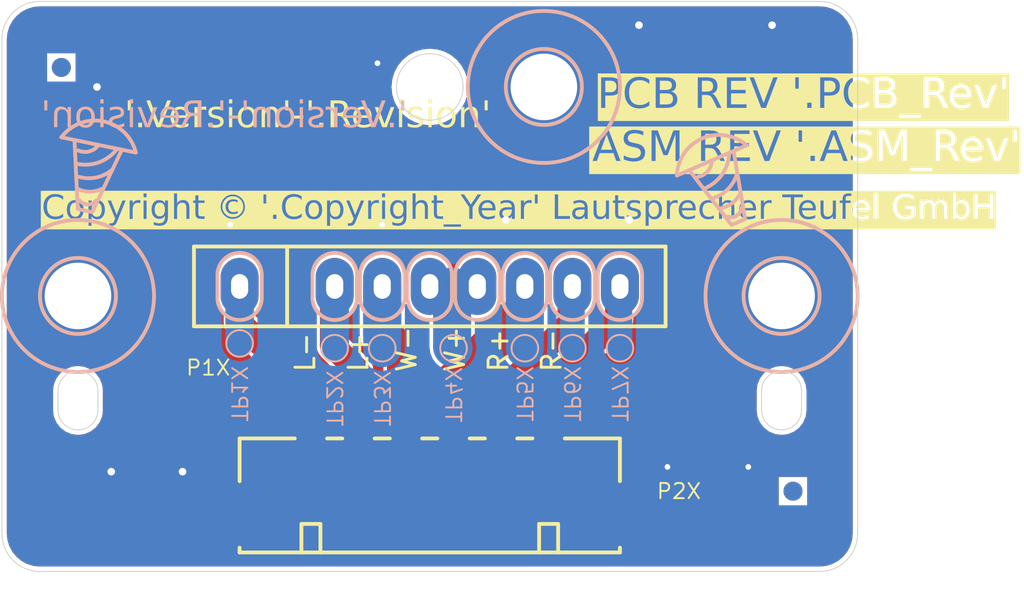
<source format=kicad_pcb>
(kicad_pcb (version 20240108) (generator "pcbnew") (generator_version "8.0")
  (layers (0 "F.Cu" signal "Component Side") (31 "B.Cu" signal "Solder Side") (34 "B.Paste" user "Bottom Paste") (35 "F.Paste" user "Top Paste") (36 "B.SilkS" user "Bottom Overlay") (37 "F.SilkS" user "Top Overlay") (38 "B.Mask" user "Bottom Solder") (39 "F.Mask" user "Top Solder") (44 "Edge.Cuts" user))
  (property "APPROVEDBY" "Jianhua.zhong")
  (property "CHECKEDBY" "Aileen.zheng")
  (property "CONFIGURATIONPARAMETERS" "")
  (property "CONFIGURATORNAME" "")
  (property "DRAWNBY" "Guohui.Lin")
  (property "ISSUE DATE" "20230812")
  (property "ISUSERCONFIGURABLE" "")
  (property "MODEL NO." "PS2307")
  (property "REV DATE" "20231025")
  (property "SHEETTOTAL" "1")
  (property "SPICEMODELCACHE" "")
  (property "VERSIONCONTROL_PROJFOLDERREVNUMBER" "")
  (property "VERSIONCONTROL_REVNUMBER" "")
  (net 0 "")
  (net 1 "NetP1X_4")
  (net 2 "TW_R_P")
  (net 3 "TW_R_N")
  (net 4 "TW_L_P")
  (net 5 "TW_L_N")
  (net 6 "SW_P")
  (net 7 "SW_N")
  (net 8 "GND")
  (footprint "Vault:Teufel_ASM_Rev" (layer "F.Cu") (at 157.00111 97.003605)
    (property "Reference" "Teufel_ASM_Label1X" (hide yes))
    (property "Value" "3.1" (hide yes))
    (fp_text user "ASM REV '.ASM_Rev'" (at 0.04199 1.66374 360) (layer "F.SilkS" knockout) (effects (font (size 1.575 1.575) (thickness 0.254)) (justify left bottom)))
  )
  (footprint "Vault:CON_250_SMD_V_6P" (layer "F.Cu") (at 148.5011 116.003605)
    (property "Reference" "P2X" (at 13.10001 -0.22169 0) (layer "F.SilkS") (effects (font (size 0.8 0.8) (thickness 0.1))))
    (property "Value" "6P PITCH=2.5mm" (hide yes))
    (fp_line (start -10 -3) (end -7.09999 -3) (stroke (width 0.2)) (layer "F.SilkS"))
    (fp_line (start -10 -0.75001) (end -10 -3) (stroke (width 0.2)) (layer "F.SilkS"))
    (fp_line (start -10 2.74999) (end -10 3) (stroke (width 0.2)) (layer "F.SilkS"))
    (fp_line (start -10 3) (end 10 3) (stroke (width 0.2)) (layer "F.SilkS"))
    (fp_line (start -6.75 2.99999) (end -6.74999 1.49999) (stroke (width 0.2)) (layer "F.SilkS"))
    (fp_line (start -6.74999 1.49999) (end -5.74999 1.49999) (stroke (width 0.2)) (layer "F.SilkS"))
    (fp_line (start -5.74999 2.99999) (end -5.74999 1.49999) (stroke (width 0.2)) (layer "F.SilkS"))
    (fp_line (start -5.4 -3.00001) (end -4.6 -3.00001) (stroke (width 0.2)) (layer "F.SilkS"))
    (fp_line (start -2.9 -3.00001) (end -2.1 -3) (stroke (width 0.2)) (layer "F.SilkS"))
    (fp_line (start -0.39999 -3) (end 0.4 -3) (stroke (width 0.2)) (layer "F.SilkS"))
    (fp_line (start 2.10001 -3) (end 2.9 -3.00001) (stroke (width 0.2)) (layer "F.SilkS"))
    (fp_line (start 4.60001 -3.00001) (end 5.4 -3.00001) (stroke (width 0.2)) (layer "F.SilkS"))
    (fp_line (start 5.75001 1.5) (end 6.75001 1.49999) (stroke (width 0.2)) (layer "F.SilkS"))
    (fp_line (start 5.75001 2.99999) (end 5.75001 1.5) (stroke (width 0.2)) (layer "F.SilkS"))
    (fp_line (start 6.75001 2.99999) (end 6.75001 1.49999) (stroke (width 0.2)) (layer "F.SilkS"))
    (fp_line (start 7.1 -3) (end 10 -3) (stroke (width 0.2)) (layer "F.SilkS"))
    (fp_line (start 10 -0.75001) (end 10 -3) (stroke (width 0.2)) (layer "F.SilkS"))
    (fp_line (start 10 3) (end 10 2.74999) (stroke (width 0.2)) (layer "F.SilkS"))
    (pad "0" smd roundrect (at -9.34999 1) (size 1.6 3) (layers "F.Cu" "F.Paste" "F.Mask") (net 8 "GND"))
    (pad "0" smd roundrect (at 9.35001 1 180) (size 1.6 3) (layers "F.Cu" "F.Paste" "F.Mask") (net 8 "GND"))
    (pad "1" smd roundrect (at -6.25 -2.8) (size 1.2 6.5) (layers "F.Cu" "F.Paste" "F.Mask") (net 5 "TW_L_N"))
    (pad "2" smd roundrect (at -3.75 -2.8) (size 1.2 6.5) (layers "F.Cu" "F.Paste" "F.Mask") (net 4 "TW_L_P"))
    (pad "3" smd roundrect (at -1.25 -2.8) (size 1.2 6.5) (layers "F.Cu" "F.Paste" "F.Mask") (net 7 "SW_N"))
    (pad "4" smd roundrect (at 1.25 -2.8) (size 1.2 6.5) (layers "F.Cu" "F.Paste" "F.Mask") (net 6 "SW_P"))
    (pad "5" smd roundrect (at 3.75 -2.8) (size 1.2 6.5) (layers "F.Cu" "F.Paste" "F.Mask") (net 2 "TW_R_P"))
    (pad "6" smd roundrect (at 6.25001 -2.8) (size 1.2 6.5) (layers "F.Cu" "F.Paste" "F.Mask") (net 3 "TW_R_N"))
  )
  (footprint "Vault:MARK" (layer "F.Cu") (at 129.1261 93.478595 90)
    (property "Reference" "MK1X" (hide yes))
    (property "Value" "MARK" (hide yes))
    (pad "MKT" smd circle (at 0 0 90) (size 1 1) (layers "F.Cu" "F.Paste" "F.Mask"))
    (pad "MK_B" smd circle (at 0 0 270) (size 1 1) (layers "B.Cu" "B.Paste" "B.Mask"))
    (zone (net 0) (net_name "") (layer "F.Cu") (connect_pads (clearance 0)) (min_thickness 0.25)
      (keepout (tracks allowed) (vias allowed) (pads allowed) (copperpour not_allowed) (footprints allowed))
      (fill (thermal_gap 0.5) (thermal_bridge_width 0.5))
      (polygon (pts (xy 129.8761 94.228595) (xy 129.8761 92.728595) (xy 128.3761 92.728595) (xy 128.3761 94.228595)))
    )
    (zone (net 0) (net_name "") (layer "B.Cu") (connect_pads (clearance 0)) (min_thickness 0.25)
      (keepout (tracks allowed) (vias allowed) (pads allowed) (copperpour not_allowed) (footprints allowed))
      (fill (thermal_gap 0.5) (thermal_bridge_width 0.5))
      (polygon (pts (xy 129.8761 94.228595) (xy 129.8761 92.728595) (xy 128.3761 92.728595) (xy 128.3761 94.228595)))
    )
  )
  (footprint "passive.PcbLib:Teufel_NoLogo" (layer "F.Cu") (at 132.9131 96.875595)
    (property "Reference" "Teufel_PCB_Logo1X" (hide yes))
    (property "Value" "T.3.0.0040-3.1" (hide yes))
    (fp_text_box "'.Version'-'.Revision'" (start -4.067548 -2.676514) (end 15.469888 1.119784) (layer "B.SilkS") (effects (font (size 1.386 1.386) (thickness 0.2)) (justify left top mirror)) (border no) (stroke (width 0.1)))
    (fp_text_box "'.Version'-'.Revision'" (start -1.519888 -2.676514) (end 18.017548 1.119784) (layer "F.SilkS") (effects (font (size 1.386 1.386) (thickness 0.2)) (justify left top)) (border no) (stroke (width 0.1)))
  )
  (footprint "Vault:MARK" (layer "F.Cu") (at 167.6011 115.778595 90)
    (property "Reference" "MK2X" (hide yes))
    (property "Value" "MARK" (hide yes))
    (pad "MKT" smd circle (at 0 0 90) (size 1 1) (layers "F.Cu" "F.Paste" "F.Mask"))
    (pad "MK_B" smd circle (at 0 0 270) (size 1 1) (layers "B.Cu" "B.Paste" "B.Mask"))
    (zone (net 0) (net_name "") (layer "F.Cu") (connect_pads (clearance 0)) (min_thickness 0.25)
      (keepout (tracks allowed) (vias allowed) (pads allowed) (copperpour not_allowed) (footprints allowed))
      (fill (thermal_gap 0.5) (thermal_bridge_width 0.5))
      (polygon (pts (xy 168.35111 116.528605) (xy 168.35111 115.028595) (xy 166.8511 115.028595) (xy 166.8511 116.528605)))
    )
    (zone (net 0) (net_name "") (layer "B.Cu") (connect_pads (clearance 0)) (min_thickness 0.25)
      (keepout (tracks allowed) (vias allowed) (pads allowed) (copperpour not_allowed) (footprints allowed))
      (fill (thermal_gap 0.5) (thermal_bridge_width 0.5))
      (polygon (pts (xy 168.35111 116.528605) (xy 168.35111 115.028595) (xy 166.8511 115.028595) (xy 166.8511 116.528605)))
    )
  )
  (footprint "Vault:TSB1_05282" (layer "F.Cu") (at 138.5011 105.003595)
    (property "Reference" "P1X" (at -1.649995 4.27832 0) (layer "F.SilkS") (effects (font (size 0.8 0.8) (thickness 0.1))))
    (property "Value" "8P PITCH=2.5mm" (hide yes))
    (fp_line (start -1.16619 0.6) (end -1.16619 -0.59999) (stroke (width 0.2)) (layer "B.SilkS"))
    (fp_line (start 1.1662 0.6) (end 1.1662 -0.59999) (stroke (width 0.2)) (layer "B.SilkS"))
    (fp_line (start 3.83381 0.6) (end 3.83381 -0.59999) (stroke (width 0.2)) (layer "B.SilkS"))
    (fp_line (start 6.1662 0.6) (end 6.1662 -0.59999) (stroke (width 0.2)) (layer "B.SilkS"))
    (fp_line (start 6.33381 0.6) (end 6.33381 -0.59999) (stroke (width 0.2)) (layer "B.SilkS"))
    (fp_line (start 8.6662 0.6) (end 8.6662 -0.59999) (stroke (width 0.2)) (layer "B.SilkS"))
    (fp_line (start 8.83381 0.6) (end 8.83381 -0.59999) (stroke (width 0.2)) (layer "B.SilkS"))
    (fp_line (start 11.1662 0.6) (end 11.1662 -0.59999) (stroke (width 0.2)) (layer "B.SilkS"))
    (fp_line (start 11.33381 0.6) (end 11.33381 -0.59999) (stroke (width 0.2)) (layer "B.SilkS"))
    (fp_line (start 13.6662 0.6) (end 13.6662 -0.59999) (stroke (width 0.2)) (layer "B.SilkS"))
    (fp_line (start 13.83381 0.6) (end 13.83381 -0.59999) (stroke (width 0.2)) (layer "B.SilkS"))
    (fp_line (start 16.1662 0.6) (end 16.1662 -0.59999) (stroke (width 0.2)) (layer "B.SilkS"))
    (fp_line (start 16.33381 0.6) (end 16.33381 -0.59999) (stroke (width 0.2)) (layer "B.SilkS"))
    (fp_line (start 18.6662 0.6) (end 18.6662 -0.59999) (stroke (width 0.2)) (layer "B.SilkS"))
    (fp_line (start 18.83381 0.6) (end 18.83381 -0.59999) (stroke (width 0.2)) (layer "B.SilkS"))
    (fp_line (start 21.1662 0.6) (end 21.1662 -0.59999) (stroke (width 0.2)) (layer "B.SilkS"))
    (fp_arc (start -1.16619 -0.59999) (mid 0 -1.76618) (end 1.16619 -0.59999) (stroke (width 0.2)) (layer "B.SilkS"))
    (fp_arc (start 1.16619 0.6) (mid 0 1.76619) (end -1.16619 0.6) (stroke (width 0.2)) (layer "B.SilkS"))
    (fp_arc (start 3.83381 -0.59999) (mid 5 -1.76618) (end 6.16619 -0.59999) (stroke (width 0.2)) (layer "B.SilkS"))
    (fp_arc (start 6.16619 0.6) (mid 5 1.76619) (end 3.83381 0.6) (stroke (width 0.2)) (layer "B.SilkS"))
    (fp_arc (start 6.33381 -0.59999) (mid 7.5 -1.76618) (end 8.66619 -0.59999) (stroke (width 0.2)) (layer "B.SilkS"))
    (fp_arc (start 8.66619 0.6) (mid 7.5 1.76619) (end 6.33381 0.6) (stroke (width 0.2)) (layer "B.SilkS"))
    (fp_arc (start 8.83381 -0.59999) (mid 10 -1.76618) (end 11.16619 -0.59999) (stroke (width 0.2)) (layer "B.SilkS"))
    (fp_arc (start 11.16619 0.6) (mid 10 1.76619) (end 8.83381 0.6) (stroke (width 0.2)) (layer "B.SilkS"))
    (fp_arc (start 11.33381 -0.59999) (mid 12.5 -1.76618) (end 13.66619 -0.59999) (stroke (width 0.2)) (layer "B.SilkS"))
    (fp_arc (start 13.66619 0.6) (mid 12.5 1.76619) (end 11.33381 0.6) (stroke (width 0.2)) (layer "B.SilkS"))
    (fp_arc (start 13.83381 -0.59999) (mid 15 -1.76618) (end 16.16619 -0.59999) (stroke (width 0.2)) (layer "B.SilkS"))
    (fp_arc (start 16.16619 0.6) (mid 15 1.76619) (end 13.83381 0.6) (stroke (width 0.2)) (layer "B.SilkS"))
    (fp_arc (start 16.33381 -0.59999) (mid 17.5 -1.76618) (end 18.66619 -0.59999) (stroke (width 0.2)) (layer "B.SilkS"))
    (fp_arc (start 18.66619 0.6) (mid 17.5 1.76619) (end 16.33381 0.6) (stroke (width 0.2)) (layer "B.SilkS"))
    (fp_arc (start 18.83381 -0.59999) (mid 20 -1.76618) (end 21.16619 -0.59999) (stroke (width 0.2)) (layer "B.SilkS"))
    (fp_arc (start 21.16619 0.6) (mid 20 1.76619) (end 18.83381 0.6) (stroke (width 0.2)) (layer "B.SilkS"))
    (fp_line (start -2.4 -2.1) (end 22.4 -2.1) (stroke (width 0.2)) (layer "F.SilkS"))
    (fp_line (start -2.4 2.10001) (end -2.4 -2.1) (stroke (width 0.2)) (layer "F.SilkS"))
    (fp_line (start -2.4 2.10001) (end 22.4 2.10001) (stroke (width 0.2)) (layer "F.SilkS"))
    (fp_line (start 2.5 2.10001) (end 2.5 -2.1) (stroke (width 0.2)) (layer "F.SilkS"))
    (fp_line (start 22.4 2.10001) (end 22.4 -2.1) (stroke (width 0.2)) (layer "F.SilkS"))
    (pad "1" thru_hole oval (at 0 0) (size 2 3) (drill oval 0.9 1.3) (layers "*.Cu" "*.Mask") (net 5 "TW_L_N"))
    (pad "2" thru_hole oval (at 5 0) (size 2 3) (drill oval 0.9 1.3) (layers "*.Cu" "*.Mask") (net 4 "TW_L_P"))
    (pad "3" thru_hole oval (at 7.5 0) (size 2 3) (drill oval 0.9 1.3) (layers "*.Cu" "*.Mask") (net 7 "SW_N"))
    (pad "4" thru_hole oval (at 10 0) (size 2 3) (drill oval 0.9 1.3) (layers "*.Cu" "*.Mask") (net 1 "NetP1X_4"))
    (pad "5" thru_hole oval (at 12.5 0) (size 2 3) (drill oval 0.9 1.3) (layers "*.Cu" "*.Mask") (net 1 "NetP1X_4"))
    (pad "6" thru_hole oval (at 15 0) (size 2 3) (drill oval 0.9 1.3) (layers "*.Cu" "*.Mask") (net 6 "SW_P"))
    (pad "7" thru_hole oval (at 17.5 0) (size 2 3) (drill oval 0.9 1.3) (layers "*.Cu" "*.Mask") (net 2 "TW_R_P"))
    (pad "8" thru_hole oval (at 20 0) (size 2 3) (drill oval 0.9 1.3) (layers "*.Cu" "*.Mask") (net 3 "TW_R_N"))
  )
  (footprint "Vault:TEUFEL_COPYRIGHT" (layer "F.Cu") (at 130.5011 101.003595)
    (property "Reference" "Teufel_Copyright1X" (hide yes))
    (property "Value" "2023" (hide yes))
    (fp_text user "Copyright © '.Copyright_Year' Lautsprecher Teufel GmbH" (at -2.414 0.6582 360) (layer "F.SilkS" knockout) (effects (font (size 1.26 1.26) (thickness 0.254)) (justify left bottom)))
  )
  (footprint "Vault:Teufel_PCB_Rev" (layer "F.Cu") (at 157.00111 93.753595)
    (property "Reference" "Teufel_PCB_Label1X" (hide yes))
    (property "Value" "3.1" (hide yes))
    (fp_text user "PCB REV '.PCB_Rev'" (at 0.29599 2.11975 360) (layer "F.SilkS" knockout) (effects (font (size 1.575 1.575) (thickness 0.254)) (justify left bottom)))
  )
  (footprint "Vault:TP120" (layer "B.Cu") (at 153.5011 108.253605 90)
    (property "Reference" "TP5X" (at -2.399995 -0.02827 270) (layer "B.SilkS") (effects (font (size 0.8 0.8) (thickness 0.1)) (justify mirror)))
    (property "Value" "TP12" (hide yes))
    (fp_circle (center 0 0) (end 0.7 0) (stroke (width 0.1)) (fill none) (layer "B.SilkS"))
    (pad "1" smd circle (at 0 0 90) (size 1.2 1.2) (layers "B.Cu" "B.Paste" "B.Mask") (net 6 "SW_P"))
  )
  (footprint "Vault:SCREW_D35" (layer "B.Cu") (at 167.00111 105.503595 150)
    (property "Reference" "MH1" (hide yes))
    (property "Value" "SCREW_HOLE_D35" (hide yes))
    (fp_line (start 7.936589 2.734915) (end 5.552676 5.946918) (stroke (width 0.2)) (layer "B.SilkS"))
    (fp_line (start 7.499005 3.295997) (end 4.16295 1.928921) (stroke (width 0.2)) (layer "B.SilkS"))
    (fp_line (start 4.137624 1.932955) (end 3.688998 2.533992) (stroke (width 0.2)) (layer "B.SilkS"))
    (fp_line (start 5.999666 5.344666) (end 3.704942 2.571148) (stroke (width 0.2)) (layer "B.SilkS"))
    (fp_arc (start 7.936916 2.73552) (mid 7.759507 5.094993) (end 5.552015 5.946794) (stroke (width 0.2)) (layer "B.SilkS"))
    (fp_arc (start 6.74467 4.341001) (mid 6.642479 3.755473) (end 6.93877 3.24021) (stroke (width 0.2)) (layer "B.SilkS"))
    (fp_arc (start 6.098059 5.043975) (mid 5.911374 3.943151) (end 6.317413 2.903055) (stroke (width 0.2)) (layer "B.SilkS"))
    (fp_arc (start 5.25535 4.419728) (mid 5.246077 3.495704) (end 5.675266 2.677351) (stroke (width 0.2)) (layer "B.SilkS"))
    (fp_arc (start 4.58031 3.482235) (mid 4.706515 2.893543) (end 5.064639 2.409566) (stroke (width 0.2)) (layer "B.SilkS"))
    (fp_arc (start 4.147593 2.973629) (mid 4.152204 2.493347) (end 4.534018 2.201955) (stroke (width 0.2)) (layer "B.SilkS"))
    (fp_circle (center 0 0) (end 2 3.464102) (stroke (width 0.2)) (fill none) (layer "B.SilkS"))
    (fp_circle (center 0 0) (end 1 1.732051) (stroke (width 0.2)) (fill none) (layer "B.SilkS"))
    (pad "1" smd oval (at -2.999995 -0.000003 60) (size 1 1.6) (layers "F.Cu" "F.Paste" "F.Mask") (net 8 "GND"))
    (pad "1" smd oval (at -2.999995 -0.000003 60) (size 1 1.6) (layers "B.Cu" "B.Paste" "B.Mask") (net 8 "GND"))
    (pad "1" smd oval (at -2.121317 2.12131 105) (size 1 1.6) (layers "F.Cu" "F.Paste" "F.Mask") (net 8 "GND"))
    (pad "1" smd oval (at -2.121317 2.12131 105) (size 1 1.6) (layers "B.Cu" "B.Paste" "B.Mask") (net 8 "GND"))
    (pad "1" smd oval (at -2.121315 -2.121326 15) (size 1 1.6) (layers "F.Cu" "F.Paste" "F.Mask") (net 8 "GND"))
    (pad "1" smd oval (at -2.121315 -2.121326 15) (size 1 1.6) (layers "B.Cu" "B.Paste" "B.Mask") (net 8 "GND"))
    (pad "1" smd oval (at -0.000002 -3.000003 330) (size 1 1.6) (layers "F.Cu" "F.Paste" "F.Mask") (net 8 "GND"))
    (pad "1" smd oval (at -0.000002 -3.000003 330) (size 1 1.6) (layers "B.Cu" "B.Paste" "B.Mask") (net 8 "GND"))
    (pad "1" thru_hole circle (at 0 0 150) (size 3.5 3.5) (drill 3.5) (layers "*.Cu" "*.Mask") (net 8 "GND"))
    (pad "1" smd oval (at 0.000006 2.99999 150) (size 1 1.6) (layers "F.Cu" "F.Paste" "F.Mask") (net 8 "GND"))
    (pad "1" smd oval (at 0.000006 2.99999 150) (size 1 1.6) (layers "B.Cu" "B.Paste" "B.Mask") (net 8 "GND"))
    (pad "1" smd oval (at 2.121319 2.121312 195) (size 1 1.6) (layers "F.Cu" "F.Paste" "F.Mask") (net 8 "GND"))
    (pad "1" smd oval (at 2.121319 2.121312 195) (size 1 1.6) (layers "B.Cu" "B.Paste" "B.Mask") (net 8 "GND"))
    (pad "1" smd oval (at 2.121321 -2.121324 285) (size 1 1.6) (layers "F.Cu" "F.Paste" "F.Mask") (net 8 "GND"))
    (pad "1" smd oval (at 2.121321 -2.121324 285) (size 1 1.6) (layers "B.Cu" "B.Paste" "B.Mask") (net 8 "GND"))
    (pad "1" smd oval (at 3.000003 -0.000002 240) (size 1 1.6) (layers "F.Cu" "F.Paste" "F.Mask") (net 8 "GND"))
    (pad "1" smd oval (at 3.000003 -0.000002 240) (size 1 1.6) (layers "B.Cu" "B.Paste" "B.Mask") (net 8 "GND"))
  )
  (footprint "Vault:SCREW_D35" (layer "B.Cu") (at 130.00111 105.503595 115)
    (property "Reference" "MH3" (hide yes))
    (property "Value" "SCREW_HOLE_D35" (hide yes))
    (fp_line (start 7.93659 2.734919) (end 5.552675 5.946922) (stroke (width 0.2)) (layer "B.SilkS"))
    (fp_line (start 7.499001 3.295994) (end 4.162948 1.928923) (stroke (width 0.2)) (layer "B.SilkS"))
    (fp_line (start 4.13762 1.932957) (end 3.688998 2.533994) (stroke (width 0.2)) (layer "B.SilkS"))
    (fp_line (start 3.704943 2.571142) (end 5.999657 5.344668) (stroke (width 0.2)) (layer "B.SilkS"))
    (fp_arc (start 7.936904 2.735523) (mid 7.759495 5.094996) (end 5.552003 5.946796) (stroke (width 0.2)) (layer "B.SilkS"))
    (fp_arc (start 4.147585 2.973635) (mid 4.152195 2.493352) (end 4.53401 2.20196) (stroke (width 0.2)) (layer "B.SilkS"))
    (fp_arc (start 6.74467 4.340995) (mid 6.64248 3.755469) (end 6.93877 3.240205) (stroke (width 0.2)) (layer "B.SilkS"))
    (fp_arc (start 4.58031 3.482237) (mid 4.706515 2.893545) (end 5.06464 2.409568) (stroke (width 0.2)) (layer "B.SilkS"))
    (fp_arc (start 5.255349 4.419734) (mid 5.246075 3.495711) (end 5.675265 2.677358) (stroke (width 0.2)) (layer "B.SilkS"))
    (fp_arc (start 6.098051 5.043972) (mid 5.911366 3.943146) (end 6.317405 2.903051) (stroke (width 0.2)) (layer "B.SilkS"))
    (fp_circle (center 0 0) (end 3.625231 1.690473) (stroke (width 0.2)) (fill none) (layer "B.SilkS"))
    (fp_circle (center 0 0) (end 1.812616 0.845237) (stroke (width 0.2)) (fill none) (layer "B.SilkS"))
    (pad "1" smd oval (at -3.000004 -0.000007 25) (size 1 1.6) (layers "F.Cu" "F.Paste" "F.Mask") (net 8 "GND"))
    (pad "1" smd oval (at -3.000004 -0.000007 25) (size 1 1.6) (layers "B.Cu" "B.Paste" "B.Mask") (net 8 "GND"))
    (pad "1" smd oval (at -2.121318 -2.12133 340) (size 1 1.6) (layers "F.Cu" "F.Paste" "F.Mask") (net 8 "GND"))
    (pad "1" smd oval (at -2.121318 -2.12133 340) (size 1 1.6) (layers "B.Cu" "B.Paste" "B.Mask") (net 8 "GND"))
    (pad "1" smd oval (at -2.121317 2.121313 70) (size 1 1.6) (layers "F.Cu" "F.Paste" "F.Mask") (net 8 "GND"))
    (pad "1" smd oval (at -2.121317 2.121313 70) (size 1 1.6) (layers "B.Cu" "B.Paste" "B.Mask") (net 8 "GND"))
    (pad "1" smd oval (at -0.000003 2.999995 115) (size 1 1.6) (layers "F.Cu" "F.Paste" "F.Mask") (net 8 "GND"))
    (pad "1" smd oval (at -0.000003 2.999995 115) (size 1 1.6) (layers "B.Cu" "B.Paste" "B.Mask") (net 8 "GND"))
    (pad "1" smd oval (at -0.000002 -3.000008 295) (size 1 1.6) (layers "F.Cu" "F.Paste" "F.Mask") (net 8 "GND"))
    (pad "1" smd oval (at -0.000002 -3.000008 295) (size 1 1.6) (layers "B.Cu" "B.Paste" "B.Mask") (net 8 "GND"))
    (pad "1" thru_hole circle (at 0 0 115) (size 3.5 3.5) (drill 3.5) (layers "*.Cu" "*.Mask") (net 8 "GND"))
    (pad "1" smd oval (at 2.121318 2.121308 160) (size 1 1.6) (layers "F.Cu" "F.Paste" "F.Mask") (net 8 "GND"))
    (pad "1" smd oval (at 2.121318 2.121308 160) (size 1 1.6) (layers "B.Cu" "B.Paste" "B.Mask") (net 8 "GND"))
    (pad "1" smd oval (at 2.121321 -2.121322 250) (size 1 1.6) (layers "F.Cu" "F.Paste" "F.Mask") (net 8 "GND"))
    (pad "1" smd oval (at 2.121321 -2.121322 250) (size 1 1.6) (layers "B.Cu" "B.Paste" "B.Mask") (net 8 "GND"))
    (pad "1" smd oval (at 2.999999 -0.000006 205) (size 1 1.6) (layers "F.Cu" "F.Paste" "F.Mask") (net 8 "GND"))
    (pad "1" smd oval (at 2.999999 -0.000006 205) (size 1 1.6) (layers "B.Cu" "B.Paste" "B.Mask") (net 8 "GND"))
  )
  (footprint "Vault:TP120" (layer "B.Cu") (at 156.0011 108.253605 90)
    (property "Reference" "TP6X" (at -2.399995 -0.02827 270) (layer "B.SilkS") (effects (font (size 0.8 0.8) (thickness 0.1)) (justify mirror)))
    (property "Value" "TP12" (hide yes))
    (fp_circle (center 0 0) (end 0.7 0) (stroke (width 0.1)) (fill none) (layer "B.SilkS"))
    (pad "1" smd circle (at 0 0 90) (size 1.2 1.2) (layers "B.Cu" "B.Paste" "B.Mask") (net 2 "TW_R_P"))
  )
  (footprint "Vault:TP120" (layer "B.Cu") (at 143.5011 108.253605 90)
    (property "Reference" "TP2X" (at -2.649995 -0.02827 270) (layer "B.SilkS") (effects (font (size 0.8 0.8) (thickness 0.1)) (justify mirror)))
    (property "Value" "TP12" (hide yes))
    (fp_circle (center 0 0) (end 0.7 0) (stroke (width 0.1)) (fill none) (layer "B.SilkS"))
    (pad "1" smd circle (at 0 0 90) (size 1.2 1.2) (layers "B.Cu" "B.Paste" "B.Mask") (net 4 "TW_L_P"))
  )
  (footprint "Vault:HOLD_D35" (layer "B.Cu") (at 154.50111 94.503605 -25)
    (property "Reference" "MH2" (hide yes))
    (property "Value" "HOLD_D35" (hide yes))
    (fp_circle (center 0 0) (end -1.690473 -3.625231) (stroke (width 0.2)) (fill none) (layer "B.SilkS"))
    (fp_circle (center 0 0) (end -0.845237 -1.812616) (stroke (width 0.2)) (fill none) (layer "B.SilkS"))
    (pad "1" smd oval (at -3.000008 -0.000002 245) (size 1 1.6) (layers "F.Cu" "F.Paste" "F.Mask") (net 8 "GND"))
    (pad "1" smd oval (at -3.000008 -0.000002 245) (size 1 1.6) (layers "B.Cu" "B.Paste" "B.Mask") (net 8 "GND"))
    (pad "1" smd oval (at -2.121322 2.121321 290) (size 1 1.6) (layers "F.Cu" "F.Paste" "F.Mask") (net 8 "GND"))
    (pad "1" smd oval (at -2.121322 2.121321 290) (size 1 1.6) (layers "B.Cu" "B.Paste" "B.Mask") (net 8 "GND"))
    (pad "1" smd oval (at -2.121321 -2.121322 200) (size 1 1.6) (layers "F.Cu" "F.Paste" "F.Mask") (net 8 "GND"))
    (pad "1" smd oval (at -2.121321 -2.121322 200) (size 1 1.6) (layers "B.Cu" "B.Paste" "B.Mask") (net 8 "GND"))
    (pad "1" smd oval (at -0.000007 -3.000004 155) (size 1 1.6) (layers "F.Cu" "F.Paste" "F.Mask") (net 8 "GND"))
    (pad "1" smd oval (at -0.000007 -3.000004 155) (size 1 1.6) (layers "B.Cu" "B.Paste" "B.Mask") (net 8 "GND"))
    (pad "1" smd oval (at -0.000006 2.999999 335) (size 1 1.6) (layers "F.Cu" "F.Paste" "F.Mask") (net 8 "GND"))
    (pad "1" smd oval (at -0.000006 2.999999 335) (size 1 1.6) (layers "B.Cu" "B.Paste" "B.Mask") (net 8 "GND"))
    (pad "1" thru_hole circle (at 0 0 335) (size 3.5 3.5) (drill 3.5) (layers "*.Cu" "*.Mask") (net 8 "GND"))
    (pad "1" smd oval (at 2.121309 -2.121326 110) (size 1 1.6) (layers "F.Cu" "F.Paste" "F.Mask") (net 8 "GND"))
    (pad "1" smd oval (at 2.121309 -2.121326 110) (size 1 1.6) (layers "B.Cu" "B.Paste" "B.Mask") (net 8 "GND"))
    (pad "1" smd oval (at 2.121317 2.121313 20) (size 1 1.6) (layers "F.Cu" "F.Paste" "F.Mask") (net 8 "GND"))
    (pad "1" smd oval (at 2.121317 2.121313 20) (size 1 1.6) (layers "B.Cu" "B.Paste" "B.Mask") (net 8 "GND"))
    (pad "1" smd oval (at 2.999995 -0.000003 65) (size 1 1.6) (layers "F.Cu" "F.Paste" "F.Mask") (net 8 "GND"))
    (pad "1" smd oval (at 2.999995 -0.000003 65) (size 1 1.6) (layers "B.Cu" "B.Paste" "B.Mask") (net 8 "GND"))
  )
  (footprint "Vault:TP120" (layer "B.Cu") (at 138.5011 108.003595 90)
    (property "Reference" "TP1X" (at -2.65 -0.02827 270) (layer "B.SilkS") (effects (font (size 0.8 0.8) (thickness 0.1)) (justify mirror)))
    (property "Value" "TP12" (hide yes))
    (fp_circle (center 0 0) (end 0.7 0) (stroke (width 0.1)) (fill none) (layer "B.SilkS"))
    (pad "1" smd circle (at 0 0 90) (size 1.2 1.2) (layers "B.Cu" "B.Paste" "B.Mask") (net 5 "TW_L_N"))
  )
  (footprint "Vault:TP120" (layer "B.Cu") (at 158.5011 108.253605 90)
    (property "Reference" "TP7X" (at -2.399995 -0.02827 270) (layer "B.SilkS") (effects (font (size 0.8 0.8) (thickness 0.1)) (justify mirror)))
    (property "Value" "TP12" (hide yes))
    (fp_circle (center 0 0) (end 0.7 0) (stroke (width 0.1)) (fill none) (layer "B.SilkS"))
    (pad "1" smd circle (at 0 0 90) (size 1.2 1.2) (layers "B.Cu" "B.Paste" "B.Mask") (net 3 "TW_R_N"))
  )
  (footprint "Vault:TP120" (layer "B.Cu") (at 146.0011 108.253605 90)
    (property "Reference" "TP3X" (at -2.649995 -0.02827 270) (layer "B.SilkS") (effects (font (size 0.8 0.8) (thickness 0.1)) (justify mirror)))
    (property "Value" "TP12" (hide yes))
    (fp_circle (center 0 0) (end 0.7 0) (stroke (width 0.1)) (fill none) (layer "B.SilkS"))
    (pad "1" smd circle (at 0 0 90) (size 1.2 1.2) (layers "B.Cu" "B.Paste" "B.Mask") (net 7 "SW_N"))
  )
  (footprint "Vault:TP120" (layer "B.Cu") (at 149.7511 108.253605 90)
    (property "Reference" "TP4X" (at -2.449995 -0.02827 270) (layer "B.SilkS") (effects (font (size 0.8 0.8) (thickness 0.1)) (justify mirror)))
    (property "Value" "TP12" (hide yes))
    (fp_circle (center 0 0) (end 0.7 0) (stroke (width 0.1)) (fill none) (layer "B.SilkS"))
    (pad "1" smd circle (at 0 0 90) (size 1.2 1.2) (layers "B.Cu" "B.Paste" "B.Mask") (net 1 "NetP1X_4"))
  )
  (gr_line (start 165.9511 111.503595) (end 165.95111 111.503595) (stroke (width 0.05)) (layer "Edge.Cuts"))
  (gr_arc (start 148.50111 96.253605) (mid 147.263687 95.741037) (end 146.75111 94.503605) (stroke (width 0.05)) (layer "Edge.Cuts"))
  (gr_line (start 171.0011 92.003595) (end 171.0011 118.003595) (stroke (width 0.05)) (layer "Edge.Cuts"))
  (gr_arc (start 131.05111 111.503595) (mid 130.00111 112.553595) (end 128.95111 111.503595) (stroke (width 0.05)) (layer "Edge.Cuts"))
  (gr_arc (start 169.001099 90.003605) (mid 170.415333 90.589382) (end 171.0011 92.003604) (stroke (width 0.05)) (layer "Edge.Cuts"))
  (gr_line (start 128.95111 110.503595) (end 128.95111 111.503595) (stroke (width 0.05)) (layer "Edge.Cuts"))
  (gr_arc (start 168.05111 111.503595) (mid 167.00111 112.553595) (end 165.95111 111.503595) (stroke (width 0.05)) (layer "Edge.Cuts"))
  (gr_arc (start 146.75111 94.503605) (mid 147.26368 93.266178) (end 148.50111 92.753605) (stroke (width 0.05)) (layer "Edge.Cuts"))
  (gr_arc (start 150.25111 94.503605) (mid 149.738553 95.741051) (end 148.50111 96.253605) (stroke (width 0.05)) (layer "Edge.Cuts"))
  (gr_line (start 148.50111 96.253605) (end 148.50111 96.253595) (stroke (width 0.05)) (layer "Edge.Cuts"))
  (gr_line (start 165.9511 110.503595) (end 165.9511 111.503595) (stroke (width 0.05)) (layer "Edge.Cuts"))
  (gr_line (start 148.50111 96.253595) (end 148.50111 96.253605) (stroke (width 0.05)) (layer "Edge.Cuts"))
  (gr_arc (start 126.0011 92.003595) (mid 126.586896 90.589394) (end 128.0011 90.003595) (stroke (width 0.05)) (layer "Edge.Cuts"))
  (gr_line (start 126.0011 118.003596) (end 126.0011 118.003595) (stroke (width 0.05)) (layer "Edge.Cuts"))
  (gr_line (start 126.0011 118.003595) (end 126.0011 92.003595) (stroke (width 0.05)) (layer "Edge.Cuts"))
  (gr_line (start 171.0011 92.003604) (end 171.0011 92.003595) (stroke (width 0.05)) (layer "Edge.Cuts"))
  (gr_arc (start 128.001101 120.003595) (mid 126.586911 119.4178) (end 126.0011 118.003596) (stroke (width 0.05)) (layer "Edge.Cuts"))
  (gr_line (start 128.0011 90.003595) (end 169.001099 90.003605) (stroke (width 0.05)) (layer "Edge.Cuts"))
  (gr_arc (start 148.50111 92.753605) (mid 149.73856 93.266163) (end 150.25111 94.503605) (stroke (width 0.05)) (layer "Edge.Cuts"))
  (gr_arc (start 128.9511 110.503595) (mid 130.0011 109.453595) (end 131.0511 110.503595) (stroke (width 0.05)) (layer "Edge.Cuts"))
  (gr_arc (start 171.0011 118.003595) (mid 170.415323 119.417821) (end 169.0011 120.003595) (stroke (width 0.05)) (layer "Edge.Cuts"))
  (gr_line (start 128.9511 110.503595) (end 128.95111 110.503595) (stroke (width 0.05)) (layer "Edge.Cuts"))
  (gr_line (start 169.0011 120.003595) (end 128.001101 120.003595) (stroke (width 0.05)) (layer "Edge.Cuts"))
  (gr_arc (start 165.9511 110.503595) (mid 167.0011 109.453595) (end 168.0511 110.503595) (stroke (width 0.05)) (layer "Edge.Cuts"))
  (gr_line (start 131.05111 111.503595) (end 131.0511 110.503595) (stroke (width 0.05)) (layer "Edge.Cuts"))
  (gr_line (start 168.05111 111.503595) (end 168.0511 110.503595) (stroke (width 0.05)) (layer "Edge.Cuts"))
  (gr_text "W-" (at 147.86961 109.593605 90) (layer "F.SilkS") (effects (font (size 1 1)) (justify left bottom)))
  (gr_text "L-" (at 142.53561 109.593605 90) (layer "F.SilkS") (effects (font (size 1 1)) (justify left bottom)))
  (gr_text "R-" (at 155.48961 109.593605 90) (layer "F.SilkS") (effects (font (size 1 1)) (justify left bottom)))
  (gr_text "W+" (at 150.40961 109.593605 90) (layer "F.SilkS") (effects (font (size 1 1)) (justify left bottom)))
  (gr_text "R+" (at 152.69561 109.593605 90) (layer "F.SilkS") (effects (font (size 1 1)) (justify left bottom)))
  (gr_text "L+" (at 145.32961 109.593605 90) (layer "F.SilkS") (effects (font (size 1 1)) (justify left bottom)))
  (segment (start 149.6771 108.179605) (end 149.6771 105.003595) (width 2) (layer "B.Cu") (net 1))
  (arc (start 149.7511 108.253605) (mid 149.698774 108.231931) (end 149.6771 108.179605) (width 2) (layer "B.Cu") (net 1))
  (segment (start 155.86717 106.941535) (end 155.86717 105.137535) (width 1.3) (layer "F.Cu") (net 2))
  (segment (start 152.2511 113.203605) (end 152.2511 110.557595) (width 1.3) (layer "F.Cu") (net 2))
  (segment (start 155.86717 105.137535) (end 156.0011 105.003595) (width 1.3) (layer "F.Cu") (net 2))
  (segment (start 152.2511 110.557595) (end 155.86717 106.941535) (width 1.3) (layer "F.Cu") (net 2))
  (segment (start 156.0011 108.253605) (end 156.0011 105.003595) (width 1.3) (layer "B.Cu") (net 2))
  (segment (start 158.36717 105.137535) (end 158.5011 105.003595) (width 1.3) (layer "F.Cu") (net 3))
  (segment (start 154.75111 113.203605) (end 154.75111 110.343595) (width 1.3) (layer "F.Cu") (net 3))
  (segment (start 154.75111 110.343595) (end 158.36717 106.727535) (width 1.3) (layer "F.Cu") (net 3))
  (segment (start 158.36717 106.727535) (end 158.36717 105.137535) (width 1.3) (layer "F.Cu") (net 3))
  (segment (start 158.5011 108.253605) (end 158.5011 105.003595) (width 1.3) (layer "B.Cu") (net 3))
  (segment (start 144.7011 113.153605) (end 144.7011 109.425595) (width 1.3) (layer "F.Cu") (net 4))
  (segment (start 144.7011 113.153605) (end 144.7511 113.203605) (width 1.3) (layer "F.Cu") (net 4))
  (segment (start 143.3731 108.097595) (end 144.7011 109.425595) (width 1.3) (layer "F.Cu") (net 4))
  (segment (start 143.3731 105.131605) (end 143.5011 105.003595) (width 1.3) (layer "F.Cu") (net 4))
  (segment (start 143.3731 108.097595) (end 143.3731 105.131605) (width 1.3) (layer "F.Cu") (net 4))
  (segment (start 143.5011 108.253605) (end 143.5011 105.003595) (width 1.5) (layer "B.Cu") (net 4))
  (segment (start 138.5011 106.903605) (end 138.5011 105.003595) (width 1.3) (layer "F.Cu") (net 5))
  (segment (start 138.5011 106.903605) (end 142.2511 110.653605) (width 1.3) (layer "F.Cu") (net 5))
  (segment (start 142.2511 113.203605) (end 142.2511 110.653605) (width 1.3) (layer "F.Cu") (net 5))
  (segment (start 138.5011 108.003595) (end 138.5011 105.003595) (width 1.5) (layer "B.Cu") (net 5))
  (segment (start 153.5011 106.259595) (end 153.5011 105.003595) (width 2) (layer "F.Cu") (net 6))
  (segment (start 149.7511 110.009595) (end 153.5011 106.259595) (width 2) (layer "F.Cu") (net 6))
  (segment (start 149.7511 113.203605) (end 149.7511 110.009595) (width 2) (layer "F.Cu") (net 6))
  (segment (start 153.5011 108.253605) (end 153.5011 105.003595) (width 2) (layer "B.Cu") (net 6))
  (segment (start 146.0011 107.503595) (end 147.2511 108.753595) (width 2) (layer "F.Cu") (net 7))
  (segment (start 146.0011 107.503595) (end 146.0011 105.003595) (width 2) (layer "F.Cu") (net 7))
  (segment (start 147.2511 113.203605) (end 147.2511 108.753595) (width 2) (layer "F.Cu") (net 7))
  (segment (start 146.0011 108.253605) (end 146.0011 105.003595) (width 2) (layer "B.Cu") (net 7))
  (via (at 135.5011 114.753605) (size 0.5) (drill 0.4) (layers "F.Cu" "B.Cu") (net 8))
  (via (at 138.0011 101.753595) (size 0.7) (drill 0.3) (layers "F.Cu" "B.Cu") (net 8))
  (via (at 159.0011 101.503595) (size 0.5) (drill 0.4) (layers "F.Cu" "B.Cu") (net 8))
  (via (at 131.0011 94.503605) (size 0.5) (drill 0.4) (layers "F.Cu" "B.Cu") (net 8))
  (via (at 159.50111 91.253595) (size 0.5) (drill 0.4) (layers "F.Cu" "B.Cu") (net 8))
  (via (at 146.0011 101.753595) (size 0.7) (drill 0.3) (layers "F.Cu" "B.Cu") (net 8))
  (via (at 166.5011 91.253595) (size 0.5) (drill 0.4) (layers "F.Cu" "B.Cu") (net 8))
  (via (at 152.5011 101.503595) (size 0.5) (drill 0.4) (layers "F.Cu" "B.Cu") (net 8))
  (via (at 165.2511 114.503595) (size 0.7) (drill 0.3) (layers "F.Cu" "B.Cu") (net 8))
  (via (at 161.0011 114.503595) (size 0.7) (drill 0.3) (layers "F.Cu" "B.Cu") (net 8))
  (via (at 145.7511 93.253605) (size 0.7) (drill 0.3) (layers "F.Cu" "B.Cu") (net 8))
  (via (at 131.7511 114.753605) (size 0.5) (drill 0.4) (layers "F.Cu" "B.Cu") (net 8))
  (zone (net 8) (net_name "GND") (layer "F.Cu") (priority 1) (connect_pads yes (clearance 0.5)) (min_thickness 0.25) (fill yes (thermal_gap 0.254) (thermal_bridge_width 0.5))
    (polygon (pts (arc (start 126.0011 92.003595) (mid 126.586886 90.589381) (end 128.0011 90.003595)) (arc (start 169.0011 90.003605) (mid 170.430396 90.595639) (end 171.02243 92.024935)) (xy 171.02244 92.024935) (arc (start 171.02243 117.982265) (mid 170.430396 119.411561) (end 169.0011 120.003595)) (arc (start 128.0011 120.003595) (mid 126.586886 119.417809) (end 126.0011 118.003595))))
  )
  (zone (net 0) (net_name "") (layers "F&B.Cu") (connect_pads (clearance 0)) (min_thickness 0.25)
    (keepout (tracks not_allowed) (vias not_allowed) (pads not_allowed) (copperpour not_allowed) (footprints allowed))
    (fill (thermal_gap 0.5) (thermal_bridge_width 0.5))
    (polygon (pts (xy 167.977551 110.488963) (xy 167.98875 110.461927) (xy 168.009442 110.441235) (xy 168.036478 110.430036) (xy 168.065742 110.430036) (xy 168.092778 110.441235) (xy 168.11347 110.461927) (xy 168.124669 110.488963) (xy 168.12611 110.503595) (xy 168.12611 111.503595) (xy 168.124669 111.518227) (xy 168.11347 111.545263) (xy 168.092778 111.565955) (xy 168.065742 111.577154) (xy 168.036478 111.577154) (xy 168.009442 111.565955) (xy 167.98875 111.545263) (xy 167.977551 111.518227) (xy 167.97611 111.503595) (xy 167.97611 110.503595)))
  )
  (zone (net 0) (net_name "") (layers "F&B.Cu") (connect_pads (clearance 0)) (min_thickness 0.25)
    (keepout (tracks not_allowed) (vias not_allowed) (pads not_allowed) (copperpour not_allowed) (footprints allowed))
    (fill (thermal_gap 0.5) (thermal_bridge_width 0.5))
    (polygon (pts (xy 170.927551 91.988973) (xy 170.93875 91.961937) (xy 170.959442 91.941245) (xy 170.986478 91.930046) (xy 171.015742 91.930046) (xy 171.042778 91.941245) (xy 171.06347 91.961937) (xy 171.074669 91.988973) (xy 171.07611 92.003605) (xy 171.07611 118.003595) (xy 171.074669 118.018227) (xy 171.06347 118.045263) (xy 171.042778 118.065955) (xy 171.015742 118.077154) (xy 170.986478 118.077154) (xy 170.959442 118.065955) (xy 170.93875 118.045263) (xy 170.927551 118.018227) (xy 170.92611 118.003595) (xy 170.92611 92.003605)))
  )
  (zone (net 0) (net_name "") (layers "F&B.Cu") (connect_pads (clearance 0)) (min_thickness 0.25)
    (keepout (tracks not_allowed) (vias not_allowed) (pads not_allowed) (copperpour not_allowed) (footprints allowed))
    (fill (thermal_gap 0.5) (thermal_bridge_width 0.5))
    (polygon (pts (xy 130.97611 111.503595) (xy 130.990434 111.459511) (xy 131.027934 111.432266) (xy 131.074286 111.432266) (xy 131.111786 111.459511) (xy 131.12611 111.503595) (xy 131.109019 111.698949) (xy 131.058264 111.888368) (xy 130.975389 112.066095) (xy 130.86291 112.226731) (xy 130.724246 112.365395) (xy 130.56361 112.477874) (xy 130.385883 112.560749) (xy 130.196464 112.611504) (xy 130.00111 112.628595) (xy 129.805756 112.611504) (xy 129.616337 112.560749) (xy 129.43861 112.477874) (xy 129.277974 112.365395) (xy 129.13931 112.226731) (xy 129.026831 112.066095) (xy 128.943956 111.888368) (xy 128.893201 111.698949) (xy 128.87611 111.503595) (xy 128.890434 111.459511) (xy 128.927934 111.432266) (xy 128.974286 111.432266) (xy 129.011786 111.459511) (xy 129.02611 111.503595) (xy 129.02611 111.593942) (xy 129.059312 111.77156) (xy 129.124587 111.940052) (xy 129.21971 112.093681) (xy 129.341443 112.227216) (xy 129.48564 112.336108) (xy 129.64739 112.41665) (xy 129.821187 112.4661) (xy 130.00111 112.482772) (xy 130.181033 112.4661) (xy 130.35483 112.41665) (xy 130.51658 112.336108) (xy 130.660777 112.227216) (xy 130.78251 112.093681) (xy 130.877633 111.940052) (xy 130.942908 111.77156) (xy 130.97611 111.593942) (xy 130.97611 111.503595)))
  )
  (zone (net 0) (net_name "") (layers "F&B.Cu") (connect_pads (clearance 0)) (min_thickness 0.25)
    (keepout (tracks not_allowed) (vias not_allowed) (pads not_allowed) (copperpour not_allowed) (footprints allowed))
    (fill (thermal_gap 0.5) (thermal_bridge_width 0.5))
    (polygon (pts (xy 170.92611 118.003596) (xy 170.940433 117.959512) (xy 170.977933 117.932266) (xy 171.024285 117.932265) (xy 171.061786 117.95951) (xy 171.07611 118.003594) (xy 171.058362 118.274438) (xy 171.005413 118.540649) (xy 170.918169 118.79767) (xy 170.798123 119.041105) (xy 170.647329 119.266788) (xy 170.468367 119.470857) (xy 170.264299 119.649821) (xy 170.038618 119.800617) (xy 169.795184 119.920666) (xy 169.538164 120.007912) (xy 169.271954 120.060864) (xy 169.00111 120.078615) (xy 169.00111 120.078595) (xy 168.957026 120.064271) (xy 168.929781 120.026771) (xy 168.929781 119.980418) (xy 168.957026 119.942919) (xy 169.00111 119.928595) (xy 169.00111 119.928615) (xy 169.127282 119.928615) (xy 169.377468 119.895678) (xy 169.621214 119.830367) (xy 169.854349 119.733799) (xy 170.072886 119.607627) (xy 170.273083 119.454009) (xy 170.451517 119.275574) (xy 170.605133 119.075375) (xy 170.731303 118.856837) (xy 170.827869 118.623701) (xy 170.893177 118.379954) (xy 170.926111 118.129768) (xy 170.92611 118.003596)))
  )
  (zone (net 0) (net_name "") (layers "F&B.Cu") (connect_pads (clearance 0)) (min_thickness 0.25)
    (keepout (tracks not_allowed) (vias not_allowed) (pads not_allowed) (copperpour not_allowed) (footprints allowed))
    (fill (thermal_gap 0.5) (thermal_bridge_width 0.5))
    (polygon (pts (xy 148.907211 92.724362) (xy 149.167857 92.80476) (xy 149.41361 92.923109) (xy 149.638979 93.076763) (xy 149.83893 93.26229) (xy 150.008996 93.475546) (xy 150.145378 93.711767) (xy 150.24503 93.965677) (xy 150.305726 94.231603) (xy 150.32611 94.503605) (xy 150.305726 94.775607) (xy 150.24503 95.041533) (xy 150.145378 95.295443) (xy 150.008996 95.531664) (xy 149.83893 95.74492) (xy 149.638979 95.930447) (xy 149.41361 96.084101) (xy 149.167857 96.20245) (xy 148.907211 96.282848) (xy 148.637492 96.323502) (xy 148.364728 96.323502) (xy 148.095009 96.282848) (xy 147.834363 96.20245) (xy 147.58861 96.084101) (xy 147.363241 95.930447) (xy 147.16329 95.74492) (xy 146.993224 95.531664) (xy 146.856842 95.295443) (xy 146.75719 95.041533) (xy 146.696494 94.775607) (xy 146.67611 94.503605) (xy 146.821413 94.503605) (xy 146.840174 94.753951) (xy 146.896037 94.998704) (xy 146.987755 95.232398) (xy 147.113279 95.449812) (xy 147.269805 95.646089) (xy 147.453836 95.816845) (xy 147.661262 95.958265) (xy 147.887448 96.067191) (xy 148.127342 96.141188) (xy 148.375586 96.178605) (xy 148.626634 96.178605) (xy 148.874878 96.141188) (xy 149.114772 96.067191) (xy 149.340959 95.958265) (xy 149.548384 95.816845) (xy 149.732415 95.646089) (xy 149.888941 95.449812) (xy 150.014465 95.232398) (xy 150.106183 94.998704) (xy 150.162046 94.753951) (xy 150.180807 94.503605) (xy 150.162046 94.253259) (xy 150.106183 94.008506) (xy 150.014465 93.774812) (xy 149.888941 93.557398) (xy 149.732415 93.361121) (xy 149.548384 93.190365) (xy 149.340959 93.048945) (xy 149.114772 92.940019) (xy 148.874878 92.866022) (xy 148.626634 92.828605) (xy 148.375586 92.828605) (xy 148.127342 92.866022) (xy 147.887448 92.940019) (xy 147.661262 93.048945) (xy 147.453836 93.190365) (xy 147.269805 93.361121) (xy 147.113279 93.557398) (xy 146.987755 93.774812) (xy 146.896037 94.008506) (xy 146.840174 94.253259) (xy 146.821413 94.503605) (xy 146.67611 94.503605) (xy 146.696494 94.231603) (xy 146.75719 93.965677) (xy 146.856842 93.711767) (xy 146.993224 93.475546) (xy 147.16329 93.26229) (xy 147.363241 93.076763) (xy 147.58861 92.923109) (xy 147.834363 92.80476) (xy 148.095009 92.724362) (xy 148.364728 92.683708) (xy 148.637492 92.683708)))
  )
  (zone (net 0) (net_name "") (layers "F&B.Cu") (connect_pads (clearance 0)) (min_thickness 0.25)
    (keepout (tracks not_allowed) (vias not_allowed) (pads not_allowed) (copperpour not_allowed) (footprints allowed))
    (fill (thermal_gap 0.5) (thermal_bridge_width 0.5))
    (polygon (pts (xy 126.07611 92.003606) (xy 126.061786 92.04769) (xy 126.024286 92.074934) (xy 125.977933 92.074934) (xy 125.940433 92.047688) (xy 125.92611 92.003604) (xy 125.943864 91.732764) (xy 125.996818 91.466558) (xy 126.084066 91.209541) (xy 126.204114 90.966111) (xy 126.354909 90.740433) (xy 126.53387 90.536368) (xy 126.737936 90.357407) (xy 126.963615 90.206614) (xy 127.207046 90.086567) (xy 127.464063 89.999321) (xy 127.730269 89.946368) (xy 128.00111 89.928615) (xy 128.00111 89.928605) (xy 128.045194 89.942929) (xy 128.072439 89.980428) (xy 128.072439 90.026781) (xy 128.045194 90.064281) (xy 128.00111 90.078605) (xy 128.00111 90.078615) (xy 127.87494 90.078616) (xy 127.624758 90.111554) (xy 127.381015 90.176865) (xy 127.147882 90.273432) (xy 126.929348 90.399603) (xy 126.729152 90.553218) (xy 126.55072 90.73165) (xy 126.397103 90.931845) (xy 126.270932 91.150378) (xy 126.174363 91.383511) (xy 126.109051 91.627253) (xy 126.076112 91.877435) (xy 126.07611 92.003606)))
  )
  (zone (net 0) (net_name "") (layers "F&B.Cu") (connect_pads (clearance 0)) (min_thickness 0.25)
    (keepout (tracks not_allowed) (vias not_allowed) (pads not_allowed) (copperpour not_allowed) (footprints allowed))
    (fill (thermal_gap 0.5) (thermal_bridge_width 0.5))
    (polygon (pts (xy 165.877551 110.488963) (xy 165.88875 110.461927) (xy 165.909442 110.441235) (xy 165.936478 110.430036) (xy 165.965742 110.430036) (xy 165.992778 110.441235) (xy 166.01347 110.461927) (xy 166.024669 110.488963) (xy 166.02611 110.503595) (xy 166.02611 111.503595) (xy 166.024669 111.518227) (xy 166.01347 111.545263) (xy 165.992778 111.565955) (xy 165.965742 111.577154) (xy 165.936478 111.577154) (xy 165.909442 111.565955) (xy 165.88875 111.545263) (xy 165.877551 111.518227) (xy 165.87611 111.503595) (xy 165.87611 110.503595)))
  )
  (zone (net 0) (net_name "") (layers "F&B.Cu") (connect_pads (clearance 0)) (min_thickness 0.25)
    (keepout (tracks not_allowed) (vias not_allowed) (pads not_allowed) (copperpour not_allowed) (footprints allowed))
    (fill (thermal_gap 0.5) (thermal_bridge_width 0.5))
    (polygon (pts (xy 169.015742 89.930036) (xy 169.042778 89.941235) (xy 169.06347 89.961927) (xy 169.074669 89.988963) (xy 169.074669 90.018227) (xy 169.06347 90.045263) (xy 169.042778 90.065955) (xy 169.015742 90.077154) (xy 169.00111 90.078595) (xy 128.00111 90.078595) (xy 127.986478 90.077154) (xy 127.959442 90.065955) (xy 127.93875 90.045263) (xy 127.927551 90.018227) (xy 127.927551 89.988963) (xy 127.93875 89.961927) (xy 127.959442 89.941235) (xy 127.986478 89.930036) (xy 128.00111 89.928595) (xy 169.00111 89.928595)))
  )
  (zone (net 0) (net_name "") (layers "F&B.Cu") (connect_pads (clearance 0)) (min_thickness 0.25)
    (keepout (tracks not_allowed) (vias not_allowed) (pads not_allowed) (copperpour not_allowed) (footprints allowed))
    (fill (thermal_gap 0.5) (thermal_bridge_width 0.5))
    (polygon (pts (xy 129.02611 110.503595) (xy 129.011786 110.547679) (xy 128.974286 110.574924) (xy 128.927934 110.574924) (xy 128.890434 110.547679) (xy 128.87611 110.503595) (xy 128.893201 110.308241) (xy 128.943956 110.118822) (xy 129.026831 109.941095) (xy 129.13931 109.780459) (xy 129.277974 109.641795) (xy 129.43861 109.529316) (xy 129.616337 109.446441) (xy 129.805756 109.395686) (xy 130.00111 109.378595) (xy 130.196464 109.395686) (xy 130.385883 109.446441) (xy 130.56361 109.529316) (xy 130.724246 109.641795) (xy 130.86291 109.780459) (xy 130.975389 109.941095) (xy 131.058264 110.118822) (xy 131.109019 110.308241) (xy 131.12611 110.503595) (xy 131.111786 110.547679) (xy 131.074286 110.574924) (xy 131.027934 110.574924) (xy 130.990434 110.547679) (xy 130.97611 110.503595) (xy 130.97611 110.413248) (xy 130.942908 110.23563) (xy 130.877633 110.067138) (xy 130.78251 109.913509) (xy 130.660777 109.779974) (xy 130.51658 109.671082) (xy 130.35483 109.59054) (xy 130.181033 109.54109) (xy 130.00111 109.524418) (xy 129.821187 109.54109) (xy 129.64739 109.59054) (xy 129.48564 109.671082) (xy 129.341443 109.779974) (xy 129.21971 109.913509) (xy 129.124587 110.067138) (xy 129.059312 110.23563) (xy 129.02611 110.413248) (xy 129.02611 110.503595)))
  )
  (zone (net 0) (net_name "") (layers "F&B.Cu") (connect_pads (clearance 0)) (min_thickness 0.25)
    (keepout (tracks not_allowed) (vias not_allowed) (pads not_allowed) (copperpour not_allowed) (footprints allowed))
    (fill (thermal_gap 0.5) (thermal_bridge_width 0.5))
    (polygon (pts (xy 166.02611 110.503595) (xy 166.011786 110.547679) (xy 165.974286 110.574924) (xy 165.927934 110.574924) (xy 165.890434 110.547679) (xy 165.87611 110.503595) (xy 165.893201 110.308241) (xy 165.943956 110.118822) (xy 166.026831 109.941095) (xy 166.13931 109.780459) (xy 166.277974 109.641795) (xy 166.43861 109.529316) (xy 166.616337 109.446441) (xy 166.805756 109.395686) (xy 167.00111 109.378595) (xy 167.196464 109.395686) (xy 167.385883 109.446441) (xy 167.56361 109.529316) (xy 167.724246 109.641795) (xy 167.86291 109.780459) (xy 167.975389 109.941095) (xy 168.058264 110.118822) (xy 168.109019 110.308241) (xy 168.12611 110.503595) (xy 168.111786 110.547679) (xy 168.074286 110.574924) (xy 168.027934 110.574924) (xy 167.990434 110.547679) (xy 167.97611 110.503595) (xy 167.97611 110.413248) (xy 167.942908 110.23563) (xy 167.877633 110.067138) (xy 167.78251 109.913509) (xy 167.660777 109.779974) (xy 167.51658 109.671082) (xy 167.35483 109.59054) (xy 167.181033 109.54109) (xy 167.00111 109.524418) (xy 166.821187 109.54109) (xy 166.64739 109.59054) (xy 166.48564 109.671082) (xy 166.341443 109.779974) (xy 166.21971 109.913509) (xy 166.124587 110.067138) (xy 166.059312 110.23563) (xy 166.02611 110.413248) (xy 166.02611 110.503595)))
  )
  (zone (net 0) (net_name "") (layers "F&B.Cu") (connect_pads (clearance 0)) (min_thickness 0.25)
    (keepout (tracks not_allowed) (vias not_allowed) (pads not_allowed) (copperpour not_allowed) (footprints allowed))
    (fill (thermal_gap 0.5) (thermal_bridge_width 0.5))
    (polygon (pts (xy 128.877551 110.488963) (xy 128.88875 110.461927) (xy 128.909442 110.441235) (xy 128.936478 110.430036) (xy 128.965742 110.430036) (xy 128.992778 110.441235) (xy 129.01347 110.461927) (xy 129.024669 110.488963) (xy 129.02611 110.503595) (xy 129.02611 111.503595) (xy 129.024669 111.518227) (xy 129.01347 111.545263) (xy 128.992778 111.565955) (xy 128.965742 111.577154) (xy 128.936478 111.577154) (xy 128.909442 111.565955) (xy 128.88875 111.545263) (xy 128.877551 111.518227) (xy 128.87611 111.503595) (xy 128.87611 110.503595)))
  )
  (zone (net 0) (net_name "") (layers "F&B.Cu") (connect_pads (clearance 0)) (min_thickness 0.25)
    (keepout (tracks not_allowed) (vias not_allowed) (pads not_allowed) (copperpour not_allowed) (footprints allowed))
    (fill (thermal_gap 0.5) (thermal_bridge_width 0.5))
    (polygon (pts (xy 169.015742 119.930036) (xy 169.042778 119.941235) (xy 169.06347 119.961927) (xy 169.074669 119.988963) (xy 169.074669 120.018227) (xy 169.06347 120.045263) (xy 169.042778 120.065955) (xy 169.015742 120.077154) (xy 169.00111 120.078595) (xy 128.00111 120.078595) (xy 127.986478 120.077154) (xy 127.959442 120.065955) (xy 127.93875 120.045263) (xy 127.927551 120.018227) (xy 127.927551 119.988963) (xy 127.93875 119.961927) (xy 127.959442 119.941235) (xy 127.986478 119.930036) (xy 128.00111 119.928595) (xy 169.00111 119.928595)))
  )
  (zone (net 0) (net_name "") (layers "F&B.Cu") (connect_pads (clearance 0)) (min_thickness 0.25)
    (keepout (tracks not_allowed) (vias not_allowed) (pads not_allowed) (copperpour not_allowed) (footprints allowed))
    (fill (thermal_gap 0.5) (thermal_bridge_width 0.5))
    (polygon (pts (xy 169.00111 90.078605) (xy 168.957026 90.064281) (xy 168.929781 90.026782) (xy 168.929781 89.980429) (xy 168.957026 89.942929) (xy 169.00111 89.928605) (xy 169.271953 89.946356) (xy 169.538163 89.999306) (xy 169.795184 90.086552) (xy 170.038618 90.206598) (xy 170.2643 90.357392) (xy 170.46837 90.536353) (xy 170.647334 90.74042) (xy 170.798131 90.9661) (xy 170.918182 91.209532) (xy 171.00543 91.466552) (xy 171.058385 91.732761) (xy 171.07614 92.003604) (xy 171.07611 92.003604) (xy 171.061787 92.047688) (xy 171.024287 92.074934) (xy 170.977934 92.074934) (xy 170.940434 92.04769) (xy 170.92611 92.003606) (xy 170.92614 92.003606) (xy 170.926138 91.877434) (xy 170.893198 91.627249) (xy 170.827885 91.383504) (xy 170.731315 91.150369) (xy 170.605141 90.931834) (xy 170.451522 90.731637) (xy 170.273086 90.553204) (xy 170.072887 90.399588) (xy 169.85435 90.273417) (xy 169.621214 90.176851) (xy 169.377468 90.111541) (xy 169.127282 90.078605) (xy 169.00111 90.078605)))
  )
  (zone (net 0) (net_name "") (layers "F&B.Cu") (connect_pads (clearance 0)) (min_thickness 0.25)
    (keepout (tracks not_allowed) (vias not_allowed) (pads not_allowed) (copperpour not_allowed) (footprints allowed))
    (fill (thermal_gap 0.5) (thermal_bridge_width 0.5))
    (polygon (pts (xy 125.927551 91.988973) (xy 125.93875 91.961937) (xy 125.959442 91.941245) (xy 125.986478 91.930046) (xy 126.015742 91.930046) (xy 126.042778 91.941245) (xy 126.06347 91.961937) (xy 126.074669 91.988973) (xy 126.07611 92.003605) (xy 126.07611 118.003595) (xy 126.074669 118.018227) (xy 126.06347 118.045263) (xy 126.042778 118.065955) (xy 126.015742 118.077154) (xy 125.986478 118.077154) (xy 125.959442 118.065955) (xy 125.93875 118.045263) (xy 125.927551 118.018227) (xy 125.92611 118.003595) (xy 125.92611 92.003605)))
  )
  (zone (net 0) (net_name "") (layers "F&B.Cu") (connect_pads (clearance 0)) (min_thickness 0.25)
    (keepout (tracks not_allowed) (vias not_allowed) (pads not_allowed) (copperpour not_allowed) (footprints allowed))
    (fill (thermal_gap 0.5) (thermal_bridge_width 0.5))
    (polygon (pts (xy 130.977551 110.488963) (xy 130.98875 110.461927) (xy 131.009442 110.441235) (xy 131.036478 110.430036) (xy 131.065742 110.430036) (xy 131.092778 110.441235) (xy 131.11347 110.461927) (xy 131.124669 110.488963) (xy 131.12611 110.503595) (xy 131.12611 111.503595) (xy 131.124669 111.518227) (xy 131.11347 111.545263) (xy 131.092778 111.565955) (xy 131.065742 111.577154) (xy 131.036478 111.577154) (xy 131.009442 111.565955) (xy 130.98875 111.545263) (xy 130.977551 111.518227) (xy 130.97611 111.503595) (xy 130.97611 110.503595)))
  )
  (zone (net 0) (net_name "") (layers "F&B.Cu") (connect_pads (clearance 0)) (min_thickness 0.25)
    (keepout (tracks not_allowed) (vias not_allowed) (pads not_allowed) (copperpour not_allowed) (footprints allowed))
    (fill (thermal_gap 0.5) (thermal_bridge_width 0.5))
    (polygon (pts (xy 128.00111 119.928595) (xy 128.045194 119.942919) (xy 128.072439 119.980419) (xy 128.072439 120.026772) (xy 128.045194 120.064271) (xy 128.00111 120.078595) (xy 127.73027 120.060842) (xy 127.464065 120.007889) (xy 127.207049 119.920641) (xy 126.96362 119.800593) (xy 126.737943 119.649798) (xy 126.53388 119.470836) (xy 126.354922 119.266769) (xy 126.204131 119.041089) (xy 126.084088 118.797658) (xy 125.996846 118.54064) (xy 125.943898 118.274434) (xy 125.92615 118.003594) (xy 125.92611 118.003594) (xy 125.940434 117.95951) (xy 125.977935 117.932265) (xy 126.024287 117.932266) (xy 126.061787 117.959512) (xy 126.07611 118.003596) (xy 126.07615 118.003596) (xy 126.076149 118.129766) (xy 126.109082 118.379948) (xy 126.174389 118.62369) (xy 126.270952 118.856823) (xy 126.39712 119.075357) (xy 126.550733 119.275554) (xy 126.729162 119.453987) (xy 126.929355 119.607604) (xy 127.147887 119.733775) (xy 127.381018 119.830344) (xy 127.624759 119.895656) (xy 127.87494 119.928594) (xy 128.00111 119.928595)))
  )
  (zone (net 0) (net_name "") (layers "F&B.Cu") (connect_pads (clearance 0)) (min_thickness 0.25)
    (keepout (tracks not_allowed) (vias not_allowed) (pads not_allowed) (copperpour not_allowed) (footprints allowed))
    (fill (thermal_gap 0.5) (thermal_bridge_width 0.5))
    (polygon (pts (xy 167.97611 111.503595) (xy 167.990434 111.459511) (xy 168.027934 111.432266) (xy 168.074286 111.432266) (xy 168.111786 111.459511) (xy 168.12611 111.503595) (xy 168.109019 111.698949) (xy 168.058264 111.888368) (xy 167.975389 112.066095) (xy 167.86291 112.226731) (xy 167.724246 112.365395) (xy 167.56361 112.477874) (xy 167.385883 112.560749) (xy 167.196464 112.611504) (xy 167.00111 112.628595) (xy 166.805756 112.611504) (xy 166.616337 112.560749) (xy 166.43861 112.477874) (xy 166.277974 112.365395) (xy 166.13931 112.226731) (xy 166.026831 112.066095) (xy 165.943956 111.888368) (xy 165.893201 111.698949) (xy 165.87611 111.503595) (xy 165.890434 111.459511) (xy 165.927934 111.432266) (xy 165.974286 111.432266) (xy 166.011786 111.459511) (xy 166.02611 111.503595) (xy 166.02611 111.593942) (xy 166.059312 111.77156) (xy 166.124587 111.940052) (xy 166.21971 112.093681) (xy 166.341443 112.227216) (xy 166.48564 112.336108) (xy 166.64739 112.41665) (xy 166.821187 112.4661) (xy 167.00111 112.482772) (xy 167.181033 112.4661) (xy 167.35483 112.41665) (xy 167.51658 112.336108) (xy 167.660777 112.227216) (xy 167.78251 112.093681) (xy 167.877633 111.940052) (xy 167.942908 111.77156) (xy 167.97611 111.593942) (xy 167.97611 111.503595)))
  )
  (zone (net 8) (net_name "GND") (layer "B.Cu") (connect_pads yes (clearance 0.5)) (min_thickness 0.25) (fill yes (thermal_gap 0.254) (thermal_bridge_width 0.5))
    (polygon (pts (arc (start 126.0011 92.003595) (mid 126.586886 90.589381) (end 128.0011 90.003595)) (arc (start 169.0011 90.003605) (mid 170.430396 90.595639) (end 171.02243 92.024935)) (arc (start 171.02243 117.982265) (mid 170.430396 119.411561) (end 169.0011 120.003595)) (arc (start 128.0011 120.003595) (mid 126.586886 119.417809) (end 126.0011 118.003595))))
  )
)
</source>
